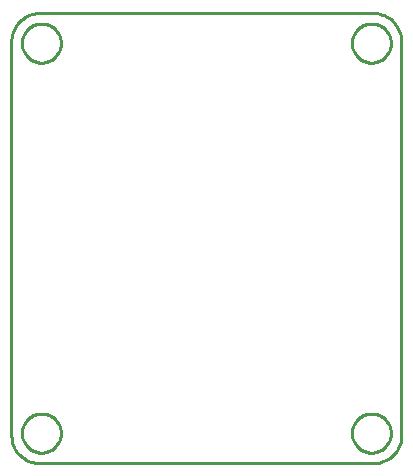
<source format=gbr>
G04 EAGLE Gerber RS-274X export*
G75*
%MOMM*%
%FSLAX34Y34*%
%LPD*%
%IN*%
%IPPOS*%
%AMOC8*
5,1,8,0,0,1.08239X$1,22.5*%
G01*
%ADD10C,0.254000*%


D10*
X-165100Y-139700D02*
X-165138Y-141790D01*
X-164994Y-143876D01*
X-164669Y-145941D01*
X-164164Y-147970D01*
X-163485Y-149947D01*
X-162637Y-151858D01*
X-161625Y-153687D01*
X-160457Y-155421D01*
X-159142Y-157047D01*
X-157691Y-158552D01*
X-156115Y-159924D01*
X-154424Y-161155D01*
X-152633Y-162233D01*
X-150755Y-163151D01*
X-148804Y-163901D01*
X-146795Y-164479D01*
X-144743Y-164880D01*
X-142664Y-165100D01*
X-140574Y-165138D01*
X-139700Y-165100D01*
X139700Y-165100D01*
X141790Y-165138D01*
X143876Y-164994D01*
X145941Y-164669D01*
X147970Y-164164D01*
X149947Y-163485D01*
X151858Y-162637D01*
X153687Y-161625D01*
X155421Y-160457D01*
X157047Y-159142D01*
X158552Y-157691D01*
X159924Y-156115D01*
X161155Y-154424D01*
X162233Y-152633D01*
X163151Y-150755D01*
X163901Y-148804D01*
X164479Y-146795D01*
X164880Y-144743D01*
X165100Y-142664D01*
X165138Y-140574D01*
X165100Y-139700D01*
X165100Y190500D01*
X165138Y192590D01*
X164994Y194676D01*
X164669Y196741D01*
X164164Y198770D01*
X163485Y200747D01*
X162637Y202658D01*
X161625Y204487D01*
X160457Y206221D01*
X159142Y207847D01*
X157691Y209352D01*
X156115Y210724D01*
X154424Y211955D01*
X152633Y213033D01*
X150755Y213951D01*
X148804Y214701D01*
X146795Y215279D01*
X144743Y215680D01*
X142664Y215900D01*
X140574Y215938D01*
X139700Y215900D01*
X-139700Y215900D01*
X-141790Y215938D01*
X-143876Y215794D01*
X-145941Y215469D01*
X-147970Y214964D01*
X-149947Y214285D01*
X-151858Y213437D01*
X-153687Y212425D01*
X-155421Y211257D01*
X-157047Y209942D01*
X-158552Y208491D01*
X-159924Y206915D01*
X-161155Y205224D01*
X-162233Y203433D01*
X-163151Y201555D01*
X-163901Y199604D01*
X-164479Y197595D01*
X-164880Y195543D01*
X-165100Y193464D01*
X-165138Y191374D01*
X-165100Y190500D01*
X-165100Y-139700D01*
X156210Y-140240D02*
X156139Y-141319D01*
X155998Y-142391D01*
X155787Y-143451D01*
X155508Y-144495D01*
X155160Y-145519D01*
X154746Y-146517D01*
X154268Y-147487D01*
X153728Y-148423D01*
X153127Y-149322D01*
X152469Y-150179D01*
X151757Y-150992D01*
X150992Y-151757D01*
X150179Y-152469D01*
X149322Y-153127D01*
X148423Y-153728D01*
X147487Y-154268D01*
X146517Y-154746D01*
X145519Y-155160D01*
X144495Y-155508D01*
X143451Y-155787D01*
X142391Y-155998D01*
X141319Y-156139D01*
X140240Y-156210D01*
X139160Y-156210D01*
X138081Y-156139D01*
X137009Y-155998D01*
X135949Y-155787D01*
X134905Y-155508D01*
X133881Y-155160D01*
X132883Y-154746D01*
X131913Y-154268D01*
X130977Y-153728D01*
X130078Y-153127D01*
X129221Y-152469D01*
X128408Y-151757D01*
X127644Y-150992D01*
X126931Y-150179D01*
X126273Y-149322D01*
X125672Y-148423D01*
X125132Y-147487D01*
X124654Y-146517D01*
X124240Y-145519D01*
X123892Y-144495D01*
X123613Y-143451D01*
X123402Y-142391D01*
X123261Y-141319D01*
X123190Y-140240D01*
X123190Y-139160D01*
X123261Y-138081D01*
X123402Y-137009D01*
X123613Y-135949D01*
X123892Y-134905D01*
X124240Y-133881D01*
X124654Y-132883D01*
X125132Y-131913D01*
X125672Y-130977D01*
X126273Y-130078D01*
X126931Y-129221D01*
X127644Y-128408D01*
X128408Y-127644D01*
X129221Y-126931D01*
X130078Y-126273D01*
X130977Y-125672D01*
X131913Y-125132D01*
X132883Y-124654D01*
X133881Y-124240D01*
X134905Y-123892D01*
X135949Y-123613D01*
X137009Y-123402D01*
X138081Y-123261D01*
X139160Y-123190D01*
X140240Y-123190D01*
X141319Y-123261D01*
X142391Y-123402D01*
X143451Y-123613D01*
X144495Y-123892D01*
X145519Y-124240D01*
X146517Y-124654D01*
X147487Y-125132D01*
X148423Y-125672D01*
X149322Y-126273D01*
X150179Y-126931D01*
X150992Y-127644D01*
X151757Y-128408D01*
X152469Y-129221D01*
X153127Y-130078D01*
X153728Y-130977D01*
X154268Y-131913D01*
X154746Y-132883D01*
X155160Y-133881D01*
X155508Y-134905D01*
X155787Y-135949D01*
X155998Y-137009D01*
X156139Y-138081D01*
X156210Y-139160D01*
X156210Y-140240D01*
X-123190Y-140240D02*
X-123261Y-141319D01*
X-123402Y-142391D01*
X-123613Y-143451D01*
X-123892Y-144495D01*
X-124240Y-145519D01*
X-124654Y-146517D01*
X-125132Y-147487D01*
X-125672Y-148423D01*
X-126273Y-149322D01*
X-126931Y-150179D01*
X-127644Y-150992D01*
X-128408Y-151757D01*
X-129221Y-152469D01*
X-130078Y-153127D01*
X-130977Y-153728D01*
X-131913Y-154268D01*
X-132883Y-154746D01*
X-133881Y-155160D01*
X-134905Y-155508D01*
X-135949Y-155787D01*
X-137009Y-155998D01*
X-138081Y-156139D01*
X-139160Y-156210D01*
X-140240Y-156210D01*
X-141319Y-156139D01*
X-142391Y-155998D01*
X-143451Y-155787D01*
X-144495Y-155508D01*
X-145519Y-155160D01*
X-146517Y-154746D01*
X-147487Y-154268D01*
X-148423Y-153728D01*
X-149322Y-153127D01*
X-150179Y-152469D01*
X-150992Y-151757D01*
X-151757Y-150992D01*
X-152469Y-150179D01*
X-153127Y-149322D01*
X-153728Y-148423D01*
X-154268Y-147487D01*
X-154746Y-146517D01*
X-155160Y-145519D01*
X-155508Y-144495D01*
X-155787Y-143451D01*
X-155998Y-142391D01*
X-156139Y-141319D01*
X-156210Y-140240D01*
X-156210Y-139160D01*
X-156139Y-138081D01*
X-155998Y-137009D01*
X-155787Y-135949D01*
X-155508Y-134905D01*
X-155160Y-133881D01*
X-154746Y-132883D01*
X-154268Y-131913D01*
X-153728Y-130977D01*
X-153127Y-130078D01*
X-152469Y-129221D01*
X-151757Y-128408D01*
X-150992Y-127644D01*
X-150179Y-126931D01*
X-149322Y-126273D01*
X-148423Y-125672D01*
X-147487Y-125132D01*
X-146517Y-124654D01*
X-145519Y-124240D01*
X-144495Y-123892D01*
X-143451Y-123613D01*
X-142391Y-123402D01*
X-141319Y-123261D01*
X-140240Y-123190D01*
X-139160Y-123190D01*
X-138081Y-123261D01*
X-137009Y-123402D01*
X-135949Y-123613D01*
X-134905Y-123892D01*
X-133881Y-124240D01*
X-132883Y-124654D01*
X-131913Y-125132D01*
X-130977Y-125672D01*
X-130078Y-126273D01*
X-129221Y-126931D01*
X-128408Y-127644D01*
X-127644Y-128408D01*
X-126931Y-129221D01*
X-126273Y-130078D01*
X-125672Y-130977D01*
X-125132Y-131913D01*
X-124654Y-132883D01*
X-124240Y-133881D01*
X-123892Y-134905D01*
X-123613Y-135949D01*
X-123402Y-137009D01*
X-123261Y-138081D01*
X-123190Y-139160D01*
X-123190Y-140240D01*
X-123190Y189960D02*
X-123261Y188881D01*
X-123402Y187809D01*
X-123613Y186749D01*
X-123892Y185705D01*
X-124240Y184681D01*
X-124654Y183683D01*
X-125132Y182713D01*
X-125672Y181777D01*
X-126273Y180878D01*
X-126931Y180021D01*
X-127644Y179208D01*
X-128408Y178444D01*
X-129221Y177731D01*
X-130078Y177073D01*
X-130977Y176472D01*
X-131913Y175932D01*
X-132883Y175454D01*
X-133881Y175040D01*
X-134905Y174692D01*
X-135949Y174413D01*
X-137009Y174202D01*
X-138081Y174061D01*
X-139160Y173990D01*
X-140240Y173990D01*
X-141319Y174061D01*
X-142391Y174202D01*
X-143451Y174413D01*
X-144495Y174692D01*
X-145519Y175040D01*
X-146517Y175454D01*
X-147487Y175932D01*
X-148423Y176472D01*
X-149322Y177073D01*
X-150179Y177731D01*
X-150992Y178444D01*
X-151757Y179208D01*
X-152469Y180021D01*
X-153127Y180878D01*
X-153728Y181777D01*
X-154268Y182713D01*
X-154746Y183683D01*
X-155160Y184681D01*
X-155508Y185705D01*
X-155787Y186749D01*
X-155998Y187809D01*
X-156139Y188881D01*
X-156210Y189960D01*
X-156210Y191040D01*
X-156139Y192119D01*
X-155998Y193191D01*
X-155787Y194251D01*
X-155508Y195295D01*
X-155160Y196319D01*
X-154746Y197317D01*
X-154268Y198287D01*
X-153728Y199223D01*
X-153127Y200122D01*
X-152469Y200979D01*
X-151757Y201792D01*
X-150992Y202557D01*
X-150179Y203269D01*
X-149322Y203927D01*
X-148423Y204528D01*
X-147487Y205068D01*
X-146517Y205546D01*
X-145519Y205960D01*
X-144495Y206308D01*
X-143451Y206587D01*
X-142391Y206798D01*
X-141319Y206939D01*
X-140240Y207010D01*
X-139160Y207010D01*
X-138081Y206939D01*
X-137009Y206798D01*
X-135949Y206587D01*
X-134905Y206308D01*
X-133881Y205960D01*
X-132883Y205546D01*
X-131913Y205068D01*
X-130977Y204528D01*
X-130078Y203927D01*
X-129221Y203269D01*
X-128408Y202557D01*
X-127644Y201792D01*
X-126931Y200979D01*
X-126273Y200122D01*
X-125672Y199223D01*
X-125132Y198287D01*
X-124654Y197317D01*
X-124240Y196319D01*
X-123892Y195295D01*
X-123613Y194251D01*
X-123402Y193191D01*
X-123261Y192119D01*
X-123190Y191040D01*
X-123190Y189960D01*
X156210Y189960D02*
X156139Y188881D01*
X155998Y187809D01*
X155787Y186749D01*
X155508Y185705D01*
X155160Y184681D01*
X154746Y183683D01*
X154268Y182713D01*
X153728Y181777D01*
X153127Y180878D01*
X152469Y180021D01*
X151757Y179208D01*
X150992Y178444D01*
X150179Y177731D01*
X149322Y177073D01*
X148423Y176472D01*
X147487Y175932D01*
X146517Y175454D01*
X145519Y175040D01*
X144495Y174692D01*
X143451Y174413D01*
X142391Y174202D01*
X141319Y174061D01*
X140240Y173990D01*
X139160Y173990D01*
X138081Y174061D01*
X137009Y174202D01*
X135949Y174413D01*
X134905Y174692D01*
X133881Y175040D01*
X132883Y175454D01*
X131913Y175932D01*
X130977Y176472D01*
X130078Y177073D01*
X129221Y177731D01*
X128408Y178444D01*
X127644Y179208D01*
X126931Y180021D01*
X126273Y180878D01*
X125672Y181777D01*
X125132Y182713D01*
X124654Y183683D01*
X124240Y184681D01*
X123892Y185705D01*
X123613Y186749D01*
X123402Y187809D01*
X123261Y188881D01*
X123190Y189960D01*
X123190Y191040D01*
X123261Y192119D01*
X123402Y193191D01*
X123613Y194251D01*
X123892Y195295D01*
X124240Y196319D01*
X124654Y197317D01*
X125132Y198287D01*
X125672Y199223D01*
X126273Y200122D01*
X126931Y200979D01*
X127644Y201792D01*
X128408Y202557D01*
X129221Y203269D01*
X130078Y203927D01*
X130977Y204528D01*
X131913Y205068D01*
X132883Y205546D01*
X133881Y205960D01*
X134905Y206308D01*
X135949Y206587D01*
X137009Y206798D01*
X138081Y206939D01*
X139160Y207010D01*
X140240Y207010D01*
X141319Y206939D01*
X142391Y206798D01*
X143451Y206587D01*
X144495Y206308D01*
X145519Y205960D01*
X146517Y205546D01*
X147487Y205068D01*
X148423Y204528D01*
X149322Y203927D01*
X150179Y203269D01*
X150992Y202557D01*
X151757Y201792D01*
X152469Y200979D01*
X153127Y200122D01*
X153728Y199223D01*
X154268Y198287D01*
X154746Y197317D01*
X155160Y196319D01*
X155508Y195295D01*
X155787Y194251D01*
X155998Y193191D01*
X156139Y192119D01*
X156210Y191040D01*
X156210Y189960D01*
M02*

</source>
